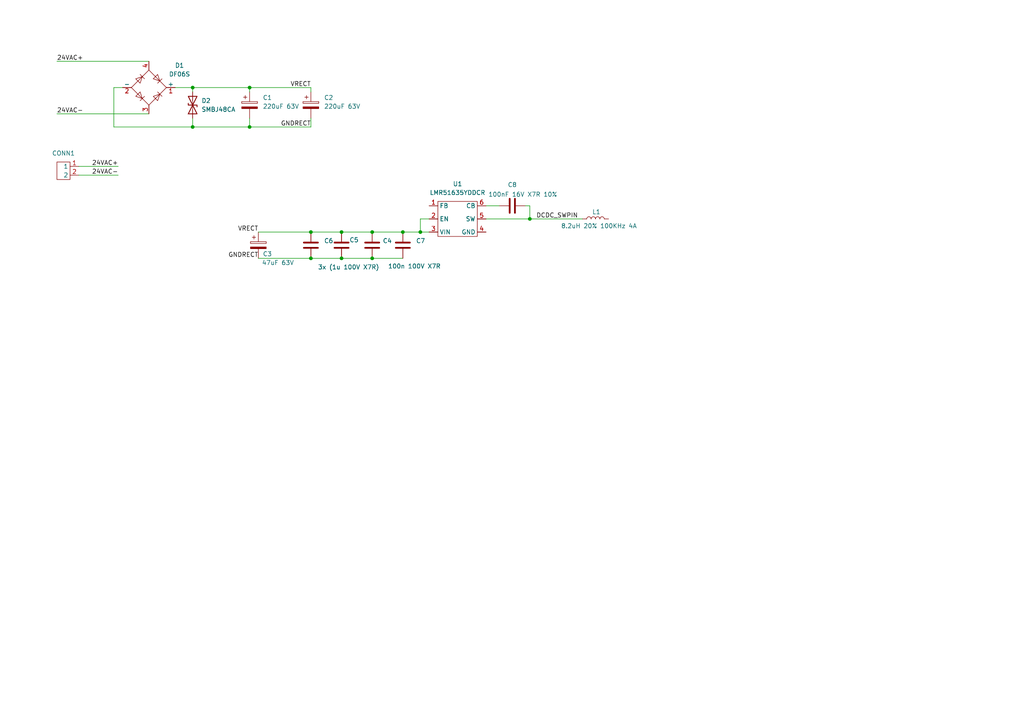
<source format=kicad_sch>
(kicad_sch (version 20250114) (generator "eeschema") (generator_version "9.0")
  (paper "A4")
  (lib_symbols
    (symbol "Device:C" (pin_numbers (hide yes)) (pin_names (offset 0.254))
      (property "Reference" "C" (at 0.635 2.54 0))
      (property "Value" "C" (at 0.635 -2.54 0))
      (symbol "C_0_1"
        (polyline (pts (xy -2.032 0.762) (xy 2.032 0.762)) (stroke (width 0.508)))
        (polyline (pts (xy -2.032 -0.762) (xy 2.032 -0.762)) (stroke (width 0.508)))
      )
      (symbol "C_1_1"
        (pin passive line (at 0 3.81 270) (length 2.794) (name "~") (number "1"))
        (pin passive line (at 0 -3.81 90) (length 2.794) (name "~") (number "2"))
      )
    )
    (symbol "Device:C_Polarized" (pin_numbers (hide yes)) (pin_names (offset 0.254))
      (property "Reference" "C" (at 0.635 2.54 0))
      (property "Value" "C_Polarized" (at 0.635 -2.54 0))
      (symbol "C_Polarized_0_1"
        (rectangle (start -2.286 0.508) (end 2.286 1.016))
        (polyline (pts (xy -1.778 2.286) (xy -0.762 2.286)))
        (polyline (pts (xy -1.27 2.794) (xy -1.27 1.778)))
        (rectangle (start 2.286 -0.508) (end -2.286 -1.016) (fill (type outline)))
      )
      (symbol "C_Polarized_1_1"
        (pin passive line (at 0 3.81 270) (length 2.794) (name "~") (number "1"))
        (pin passive line (at 0 -3.81 90) (length 2.794) (name "~") (number "2"))
      )
    )
    (symbol "Device:D_TVS" (pin_numbers (hide yes)) (pin_names (offset 1.016) (hide yes))
      (property "Reference" "D" (at 0 2.54 0))
      (property "Value" "D_TVS" (at 0 -2.54 0))
      (symbol "D_TVS_0_1"
        (polyline (pts (xy -2.54 1.27) (xy -2.54 -1.27) (xy 2.54 1.27) (xy 2.54 -1.27) (xy -2.54 1.27)) (stroke (width 0.254)))
        (polyline (pts (xy 0.508 1.27) (xy 0 1.27) (xy 0 -1.27) (xy -0.508 -1.27)) (stroke (width 0.254)))
        (polyline (pts (xy 1.27 0) (xy -1.27 0)))
      )
      (symbol "D_TVS_1_1"
        (pin passive line (at -3.81 0 0) (length 2.54) (name "A1") (number "1"))
        (pin passive line (at 3.81 0 180) (length 2.54) (name "A2") (number "2"))
      )
    )
    (symbol "Device:L" (pin_numbers (hide yes)) (pin_names (offset 1.016) (hide yes))
      (property "Reference" "L" (at -1.27 0 90))
      (property "Value" "L" (at 1.905 0 90))
      (symbol "L_0_1"
        (arc (start 0 2.54) (mid 0.6323 1.905) (end 0 1.27))
        (arc (start 0 1.27) (mid 0.6323 0.635) (end 0 0))
        (arc (start 0 0) (mid 0.6323 -0.635) (end 0 -1.27))
        (arc (start 0 -1.27) (mid 0.6323 -1.905) (end 0 -2.54))
      )
      (symbol "L_1_1"
        (pin passive line (at 0 3.81 270) (length 1.27) (name "1") (number "1"))
        (pin passive line (at 0 -3.81 90) (length 1.27) (name "2") (number "2"))
      )
    )
    (symbol "Diode_Bridge:DF06S" (pin_names (offset 0))
      (property "Reference" "D" (at 2.54 6.985 0))
      (property "Value" "DF06S" (at 2.54 5.08 0))
      (symbol "DF06S_0_1"
        (polyline (pts (xy -5.08 0) (xy 0 -5.08) (xy 5.08 0) (xy 0 5.08) (xy -5.08 0)))
        (polyline (pts (xy -3.81 2.54) (xy -2.54 1.27) (xy -1.905 3.175) (xy -3.81 2.54)))
        (polyline (pts (xy -2.54 3.81) (xy -1.27 2.54)))
        (polyline (pts (xy -2.54 -1.27) (xy -3.81 -2.54) (xy -1.905 -3.175) (xy -2.54 -1.27)))
        (polyline (pts (xy -1.27 -2.54) (xy -2.54 -3.81)))
        (polyline (pts (xy 1.27 2.54) (xy 2.54 3.81) (xy 3.175 1.905) (xy 1.27 2.54)))
        (polyline (pts (xy 2.54 1.27) (xy 3.81 2.54)))
        (polyline (pts (xy 2.54 -1.27) (xy 3.81 -2.54)))
        (polyline (pts (xy 3.175 -1.905) (xy 1.27 -2.54) (xy 2.54 -3.81) (xy 3.175 -1.905)))
      )
      (symbol "DF06S_1_1"
        (pin passive line (at -7.62 0 0) (length 2.54) (name "-") (number "2"))
        (pin passive line (at 0 7.62 270) (length 2.54) (name "~") (number "4"))
        (pin passive line (at 0 -7.62 90) (length 2.54) (name "~") (number "3"))
        (pin passive line (at 7.62 0 180) (length 2.54) (name "+") (number "1"))
      )
    )
    (symbol "IIS:1715022" (on_board no)
      (property "Reference" "CONN" (at 2.286 1.016 0))
      (symbol "1715022_0_0"
        (pin unspecified line (at 6.35 -1.27 180) (length 2.54) (name "1") (number "1"))
        (pin unspecified line (at 6.35 -3.81 180) (length 2.54) (name "2") (number "2"))
      )
      (symbol "1715022_0_1"
        (rectangle (start 0 0) (end 3.81 -5.08))
      )
    )
    (symbol "IIS:LMR51635YDDCR"
      (property "Reference" "U" (at 0.762 1.016 0))
      (property "Value" "LMR51635YDDCR" (at 10.668 1.016 0))
      (symbol "LMR51635YDDCR_0_0"
        (pin input line (at -2.54 -1.27 0) (length 2.54) (name "FB") (number "1"))
        (pin input line (at -2.54 -5.08 0) (length 2.54) (name "EN") (number "2"))
        (pin power_in line (at -2.54 -8.89 0) (length 2.54) (name "VIN") (number "3"))
        (pin passive line (at 13.97 -1.27 180) (length 2.54) (name "CB") (number "6"))
        (pin power_out line (at 13.97 -5.08 180) (length 2.54) (name "SW") (number "5"))
        (pin power_out line (at 13.97 -8.89 180) (length 2.54) (name "GND") (number "4"))
      )
      (symbol "LMR51635YDDCR_0_1"
        (rectangle (start 0 0) (end 11.43 -10.16))
      )
    )
  )
  (junction (at 121.92 67.31))
  (junction (at 72.39 36.83))
  (junction (at 99.06 67.31))
  (junction (at 90.17 74.93))
  (junction (at 107.95 74.93))
  (junction (at 55.88 25.4))
  (junction (at 55.88 36.83))
  (junction (at 72.39 25.4))
  (junction (at 90.17 67.31))
  (junction (at 99.06 74.93))
  (junction (at 153.67 63.5))
  (junction (at 116.84 67.31))
  (junction (at 107.95 67.31))
  (wire (pts (xy 153.67 63.5) (xy 168.91 63.5)))
  (wire (pts (xy 22.86 50.8) (xy 34.29 50.8)))
  (wire (pts (xy 55.88 36.83) (xy 72.39 36.83)))
  (wire (pts (xy 153.67 59.69) (xy 153.67 63.5)))
  (wire (pts (xy 22.86 48.26) (xy 34.29 48.26)))
  (wire (pts (xy 55.88 25.4) (xy 55.88 26.67)))
  (wire (pts (xy 107.95 74.93) (xy 99.06 74.93)))
  (wire (pts (xy 16.51 33.02) (xy 43.18 33.02)))
  (wire (pts (xy 107.95 74.93) (xy 116.84 74.93)))
  (wire (pts (xy 72.39 26.67) (xy 72.39 25.4)))
  (wire (pts (xy 90.17 36.83) (xy 72.39 36.83)))
  (wire (pts (xy 33.02 36.83) (xy 55.88 36.83)))
  (wire (pts (xy 144.78 59.69) (xy 140.97 59.69)))
  (wire (pts (xy 16.51 17.78) (xy 43.18 17.78)))
  (wire (pts (xy 74.93 67.31) (xy 90.17 67.31)))
  (wire (pts (xy 90.17 25.4) (xy 72.39 25.4)))
  (wire (pts (xy 50.8 25.4) (xy 55.88 25.4)))
  (wire (pts (xy 90.17 74.93) (xy 74.93 74.93)))
  (wire (pts (xy 72.39 36.83) (xy 72.39 34.29)))
  (wire (pts (xy 90.17 74.93) (xy 99.06 74.93)))
  (wire (pts (xy 140.97 63.5) (xy 153.67 63.5)))
  (wire (pts (xy 55.88 34.29) (xy 55.88 36.83)))
  (wire (pts (xy 90.17 34.29) (xy 90.17 36.83)))
  (wire (pts (xy 116.84 67.31) (xy 121.92 67.31)))
  (wire (pts (xy 99.06 67.31) (xy 107.95 67.31)))
  (wire (pts (xy 33.02 25.4) (xy 33.02 36.83)))
  (wire (pts (xy 124.46 63.5) (xy 121.92 63.5)))
  (wire (pts (xy 33.02 25.4) (xy 35.56 25.4)))
  (wire (pts (xy 90.17 67.31) (xy 99.06 67.31)))
  (wire (pts (xy 90.17 25.4) (xy 90.17 26.67)))
  (wire (pts (xy 121.92 63.5) (xy 121.92 67.31)))
  (wire (pts (xy 152.4 59.69) (xy 153.67 59.69)))
  (wire (pts (xy 107.95 67.31) (xy 116.84 67.31)))
  (wire (pts (xy 121.92 67.31) (xy 124.46 67.31)))
  (wire (pts (xy 55.88 25.4) (xy 72.39 25.4)))
  (label "VRECT" (at 90.17 25.4 180))
  (label "VRECT" (at 74.93 67.31 180))
  (label "GNDRECT" (at 90.17 36.83 180))
  (label "24VAC-" (at 16.51 33.02 0))
  (label "24VAC-" (at 34.29 50.8 180))
  (label "24VAC+" (at 16.51 17.78 0))
  (label "GNDRECT" (at 74.93 74.93 180))
  (label "DCDC_SWPIN" (at 167.64 63.5 180))
  (label "24VAC+" (at 34.29 48.26 180))
  (symbol (lib_id "Device:C_Polarized") (at 90.17 30.48 0) (unit 1)
    (property "Reference" "C2" (at 93.98 28.3209 0) (effects (justify left)))
    (property "Value" "220uF 63V" (at 93.98 30.8609 0) (effects (justify left)))
    (property "Footprint" "Capacitor_THT:CP_Radial_D10.0mm_P7.50mm" (effects (hide yes)))
    (property "Datasheet" "https://www.tme.eu/Document/0d3ab5dd4966e1280893a695405c890d/e-upw.pdf" (effects (hide yes)))
    (property "Description" "Polarized capacitor" (effects (hide yes)))
  )
  (symbol (lib_id "Device:C") (at 116.84 71.12 0) (unit 1)
    (property "Reference" "C7" (at 120.65 69.8499 0) (effects (justify left)))
    (property "Value" "100n 100V X7R" (at 112.522 77.216 0) (effects (justify left)))
    (property "Footprint" "Capacitor_SMD:C_0603_1608Metric_Pad1.08x0.95mm_HandSolder" (effects (hide yes)))
    (property "Description" "Unpolarized capacitor" (effects (hide yes)))
  )
  (symbol (lib_id "Device:C_Polarized") (at 74.93 71.12 0) (unit 1)
    (property "Reference" "C3" (at 76.2 73.66 0) (effects (justify left)))
    (property "Value" "47uF 63V" (at 75.946 76.2 0) (effects (justify left)))
    (property "Footprint" "Capacitor_SMD:CP_Elec_8x10.5" (effects (hide yes)))
    (property "Description" "Polarized capacitor" (effects (hide yes)))
  )
  (symbol (lib_id "Diode_Bridge:DF06S") (at 43.18 25.4 0) (unit 1)
    (property "Reference" "D1" (at 52.07 18.9798 0))
    (property "Value" "DF06S" (at 52.07 21.5198 0))
    (property "Footprint" "Diode_SMD:Diode_Bridge_OnSemi_SDIP-4L" (effects (hide yes)))
    (property "Datasheet" "https://www.onsemi.com/download/data-sheet/pdf/df10s-d.pdf" (effects (hide yes)))
    (property "Description" "Bridge Rectifier, 420V Vrms, 1.5A If, SMDIP-4" (effects (hide yes)))
  )
  (symbol (lib_id "Device:C_Polarized") (at 72.39 30.48 0) (unit 1)
    (property "Reference" "C1" (at 76.2 28.3209 0) (effects (justify left)))
    (property "Value" "220uF 63V" (at 76.2 30.8609 0) (effects (justify left)))
    (property "Footprint" "Capacitor_THT:CP_Radial_D10.0mm_P7.50mm" (effects (hide yes)))
    (property "Datasheet" "https://www.tme.eu/Document/0d3ab5dd4966e1280893a695405c890d/e-upw.pdf" (effects (hide yes)))
    (property "Description" "Polarized capacitor" (effects (hide yes)))
  )
  (symbol (lib_id "Device:C") (at 148.59 59.69 90) (unit 1)
    (property "Reference" "C8" (at 148.59 53.594 90))
    (property "Value" "100nF 16V X7R 10%" (at 151.638 56.388 90))
    (property "Footprint" "Capacitor_SMD:C_0402_1005Metric_Pad0.74x0.62mm_HandSolder" (effects (hide yes)))
    (property "Description" "GRM188R72A104KA35D" (effects (hide yes)))
  )
  (symbol (lib_id "Device:C") (at 99.06 71.12 0) (unit 1)
    (property "Reference" "C5" (at 101.346 69.596 0) (effects (justify left)))
    (property "Value" "1u 100V X7R" (effects (hide yes)))
    (property "Footprint" "Capacitor_SMD:C_1206_3216Metric_Pad1.33x1.80mm_HandSolder" (effects (hide yes)))
    (property "Description" "C3216X7R2A105K160AA" (effects (hide yes)))
  )
  (symbol (lib_id "Device:C") (at 90.17 71.12 0) (unit 1)
    (property "Reference" "C6" (at 93.98 69.8499 0) (effects (justify left)))
    (property "Value" "1u 100V X7R" (effects (hide yes)))
    (property "Footprint" "Capacitor_SMD:C_1206_3216Metric_Pad1.33x1.80mm_HandSolder" (effects (hide yes)))
    (property "Description" "C3216X7R2A105K160AA" (effects (hide yes)))
  )
  (symbol (lib_id "IIS:1715022") (at 16.51 46.99 0) (unit 1) (on_board no)
    (property "Reference" "CONN1" (at 18.415 44.45 0))
    (property "Value" "Phoenix Contact 1715022" (effects (hide yes)))
    (property "Footprint" "TerminalBlock_Phoenix:TerminalBlock_Phoenix_MKDS-1,5-2_1x02_P5.00mm_Horizontal" (effects (hide yes)))
  )
  (symbol (lib_id "Device:D_TVS") (at 55.88 30.48 90) (unit 1)
    (property "Reference" "D2" (at 58.42 29.2099 90) (effects (justify right)))
    (property "Value" "SMBJ48CA" (at 58.42 31.7499 90) (effects (justify right)))
    (property "Footprint" "Diode_SMD:D_SMB_Handsoldering" (effects (hide yes)))
    (property "Description" "Bidirectional transient-voltage-suppression diode" (effects (hide yes)))
  )
  (symbol (lib_id "Device:C") (at 107.95 71.12 0) (unit 1)
    (property "Reference" "C4" (at 110.998 69.85 0) (effects (justify left)))
    (property "Value" "3x (1u 100V X7R)" (at 92.202 77.47 0) (effects (justify left)))
    (property "Footprint" "Capacitor_SMD:C_1206_3216Metric_Pad1.33x1.80mm_HandSolder" (effects (hide yes)))
    (property "Description" "C3216X7R2A105K160AA" (effects (hide yes)))
  )
  (symbol (lib_id "IIS:LMR51635YDDCR") (at 127 58.42 0) (unit 1)
    (property "Reference" "U1" (at 132.715 53.34 0))
    (property "Value" "LMR51635YDDCR" (at 132.715 55.88 0))
    (property "Footprint" "Package_TO_SOT_SMD:TSOT-23-6_HandSoldering" (effects (hide yes)))
    (property "Datasheet" "https://www.ti.com/lit/ds/symlink/lmr51625.pdf?ts=1742888310253&ref_url=https%253A%252F%252Fwww.ti.com%252Fsitesearch%252Fen-us%252Fdocs%252Funiversalsearch.tsp%253FlangPref%253Den-US%2526nr%253D3%2526searchTerm%253DLMR51625XDDCR" (effects (hide yes)))
  )
  (symbol (lib_id "Device:L") (at 172.72 63.5 90) (unit 1)
    (property "Reference" "L1" (at 172.974 61.468 90))
    (property "Value" "8.2uH 20% 100KHz 4A" (at 173.736 65.532 90))
    (property "Footprint" "Inductor_SMD:L_Vishay_IHLP-2525" (effects (hide yes)))
    (property "Datasheet" "https://www.vishay.com/docs/34104/ihlp-2525cz-01.pdf" (effects (hide yes)))
    (property "Description" "Inductor" (effects (hide yes)))
  )
)
</source>
